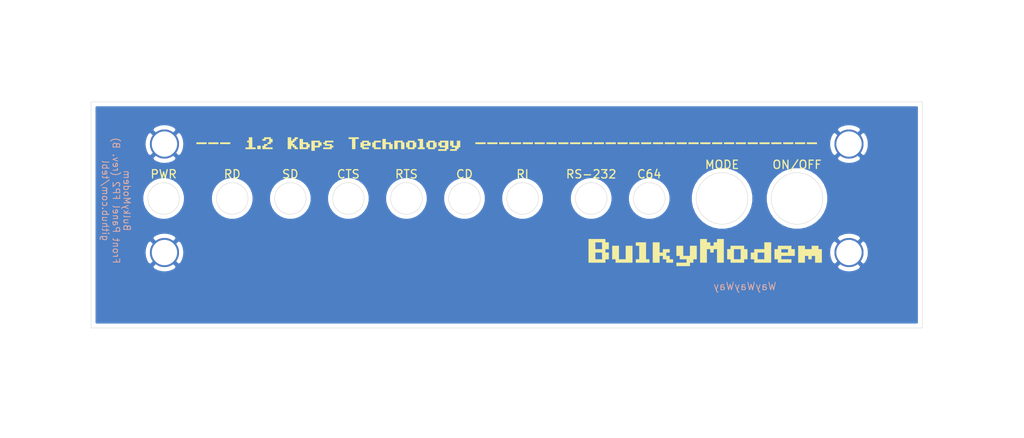
<source format=kicad_pcb>
(kicad_pcb (version 20171130) (host pcbnew "(5.1.8)-1")

  (general
    (thickness 1.6)
    (drawings 30)
    (tracks 0)
    (zones 0)
    (modules 6)
    (nets 2)
  )

  (page A4)
  (layers
    (0 F.Cu signal)
    (31 B.Cu signal)
    (32 B.Adhes user)
    (33 F.Adhes user)
    (34 B.Paste user)
    (35 F.Paste user)
    (36 B.SilkS user)
    (37 F.SilkS user)
    (38 B.Mask user)
    (39 F.Mask user)
    (40 Dwgs.User user)
    (41 Cmts.User user)
    (42 Eco1.User user)
    (43 Eco2.User user)
    (44 Edge.Cuts user)
    (45 Margin user)
    (46 B.CrtYd user)
    (47 F.CrtYd user)
    (48 B.Fab user hide)
    (49 F.Fab user)
  )

  (setup
    (last_trace_width 0.25)
    (trace_clearance 0.2)
    (zone_clearance 0.508)
    (zone_45_only no)
    (trace_min 0.2)
    (via_size 0.8)
    (via_drill 0.4)
    (via_min_size 0.4)
    (via_min_drill 0.3)
    (uvia_size 0.3)
    (uvia_drill 0.1)
    (uvias_allowed no)
    (uvia_min_size 0.2)
    (uvia_min_drill 0.1)
    (edge_width 0.05)
    (segment_width 0.2)
    (pcb_text_width 0.3)
    (pcb_text_size 1.5 1.5)
    (mod_edge_width 0.12)
    (mod_text_size 1 1)
    (mod_text_width 0.15)
    (pad_size 1.524 1.524)
    (pad_drill 0.762)
    (pad_to_mask_clearance 0)
    (aux_axis_origin 0 0)
    (grid_origin 141.09 121.579)
    (visible_elements 7FFFFFFF)
    (pcbplotparams
      (layerselection 0x011fc_ffffffff)
      (usegerberextensions true)
      (usegerberattributes false)
      (usegerberadvancedattributes false)
      (creategerberjobfile false)
      (excludeedgelayer true)
      (linewidth 0.100000)
      (plotframeref false)
      (viasonmask false)
      (mode 1)
      (useauxorigin false)
      (hpglpennumber 1)
      (hpglpenspeed 20)
      (hpglpendiameter 15.000000)
      (psnegative false)
      (psa4output false)
      (plotreference true)
      (plotvalue true)
      (plotinvisibletext false)
      (padsonsilk false)
      (subtractmaskfromsilk false)
      (outputformat 1)
      (mirror false)
      (drillshape 0)
      (scaleselection 1)
      (outputdirectory "export/"))
  )

  (net 0 "")
  (net 1 GND)

  (net_class Default "This is the default net class."
    (clearance 0.2)
    (trace_width 0.25)
    (via_dia 0.8)
    (via_drill 0.4)
    (uvia_dia 0.3)
    (uvia_drill 0.1)
  )

  (net_class PWR ""
    (clearance 0.2)
    (trace_width 0.381)
    (via_dia 0.8)
    (via_drill 0.4)
    (uvia_dia 0.3)
    (uvia_drill 0.1)
    (add_net GND)
  )

  (module artwork:BulkyModem_robotics locked (layer F.Cu) (tedit 0) (tstamp 6433731F)
    (at 141.09 116.049)
    (fp_text reference G*** (at 0 0) (layer F.SilkS) hide
      (effects (font (size 1.524 1.524) (thickness 0.3)))
    )
    (fp_text value LOGO (at 0.75 0) (layer F.SilkS) hide
      (effects (font (size 1.524 1.524) (thickness 0.3)))
    )
    (fp_poly (pts (xy -22.476076 -0.203403) (xy -22.272673 -0.203403) (xy -22.272673 0.203404) (xy -22.476076 0.203404)
      (xy -22.476076 0.406807) (xy -23.086286 0.406807) (xy -23.086286 0.813614) (xy -23.493093 0.813614)
      (xy -23.493093 -0.203403) (xy -23.086286 -0.203403) (xy -23.086286 0.203404) (xy -22.679479 0.203404)
      (xy -22.679479 -0.203403) (xy -23.086286 -0.203403) (xy -23.493093 -0.203403) (xy -23.493093 -0.406807)
      (xy -22.476076 -0.406807) (xy -22.476076 -0.203403)) (layer F.SilkS) (width 0.01))
    (fp_poly (pts (xy -7.017417 0.61021) (xy -7.220821 0.61021) (xy -7.220821 0.813614) (xy -8.237838 0.813614)
      (xy -8.237838 0.61021) (xy -7.424224 0.61021) (xy -7.424224 0.406807) (xy -8.034434 0.406807)
      (xy -8.034434 0.203404) (xy -8.237838 0.203404) (xy -8.237838 -0.203403) (xy -8.034434 -0.203403)
      (xy -7.831031 -0.203403) (xy -7.831031 0.203404) (xy -7.424224 0.203404) (xy -7.424224 -0.203403)
      (xy -7.831031 -0.203403) (xy -8.034434 -0.203403) (xy -8.034434 -0.406807) (xy -7.017417 -0.406807)
      (xy -7.017417 0.61021)) (layer F.SilkS) (width 0.01))
    (fp_poly (pts (xy -6.407207 0.203404) (xy -6.0004 0.203404) (xy -6.0004 -0.406807) (xy -5.593594 -0.406807)
      (xy -5.593594 0.406807) (xy -5.796997 0.406807) (xy -5.796997 0.61021) (xy -6.0004 0.61021)
      (xy -6.0004 0.813614) (xy -6.814014 0.813614) (xy -6.814014 0.61021) (xy -6.203804 0.61021)
      (xy -6.203804 0.406807) (xy -6.610611 0.406807) (xy -6.610611 0.203404) (xy -6.814014 0.203404)
      (xy -6.814014 -0.406807) (xy -6.407207 -0.406807) (xy -6.407207 0.203404)) (layer F.SilkS) (width 0.01))
    (fp_poly (pts (xy -30.612212 0.406807) (xy -30.205405 0.406807) (xy -30.205405 0.61021) (xy -31.425826 0.61021)
      (xy -31.425826 0.406807) (xy -31.019019 0.406807) (xy -31.019019 -0.203403) (xy -31.222422 -0.203403)
      (xy -31.222422 -0.406807) (xy -31.019019 -0.406807) (xy -31.019019 -0.813613) (xy -30.612212 -0.813613)
      (xy -30.612212 0.406807)) (layer F.SilkS) (width 0.01))
    (fp_poly (pts (xy -29.595195 0.61021) (xy -30.002002 0.61021) (xy -30.002002 0.203404) (xy -29.595195 0.203404)
      (xy -29.595195 0.61021)) (layer F.SilkS) (width 0.01))
    (fp_poly (pts (xy -28.781582 0.203404) (xy -28.984985 0.203404) (xy -28.984985 0.406807) (xy -28.171371 0.406807)
      (xy -28.171371 0.61021) (xy -29.391792 0.61021) (xy -29.391792 0.203404) (xy -29.188388 0.203404)
      (xy -29.188388 0) (xy -28.781582 0) (xy -28.781582 0.203404)) (layer F.SilkS) (width 0.01))
    (fp_poly (pts (xy -28.781582 -0.203403) (xy -28.578178 -0.203403) (xy -28.578178 -0.61021) (xy -28.984985 -0.61021)
      (xy -28.984985 -0.406807) (xy -29.391792 -0.406807) (xy -29.391792 -0.61021) (xy -29.188388 -0.61021)
      (xy -29.188388 -0.813613) (xy -28.374775 -0.813613) (xy -28.374775 -0.61021) (xy -28.171371 -0.61021)
      (xy -28.171371 -0.203403) (xy -28.374775 -0.203403) (xy -28.374775 0) (xy -28.781582 0)
      (xy -28.781582 -0.203403)) (layer F.SilkS) (width 0.01))
    (fp_poly (pts (xy -25.933934 -0.406807) (xy -25.730531 -0.406807) (xy -25.730531 -0.61021) (xy -25.527127 -0.61021)
      (xy -25.527127 -0.813613) (xy -25.12032 -0.813613) (xy -25.12032 -0.61021) (xy -25.323724 -0.61021)
      (xy -25.323724 -0.406807) (xy -25.527127 -0.406807) (xy -25.527127 -0.203403) (xy -25.730531 -0.203403)
      (xy -25.730531 0) (xy -25.527127 0) (xy -25.527127 0.203404) (xy -25.323724 0.203404)
      (xy -25.323724 0.406807) (xy -25.12032 0.406807) (xy -25.12032 0.61021) (xy -25.527127 0.61021)
      (xy -25.527127 0.406807) (xy -25.730531 0.406807) (xy -25.730531 0.203404) (xy -25.933934 0.203404)
      (xy -25.933934 0.61021) (xy -26.340741 0.61021) (xy -26.340741 -0.813613) (xy -25.933934 -0.813613)
      (xy -25.933934 -0.406807)) (layer F.SilkS) (width 0.01))
    (fp_poly (pts (xy -24.51011 -0.203403) (xy -23.8999 -0.203403) (xy -23.8999 0) (xy -23.696496 0)
      (xy -23.696496 0.406807) (xy -23.8999 0.406807) (xy -23.8999 0.61021) (xy -24.916917 0.61021)
      (xy -24.916917 0) (xy -24.51011 0) (xy -24.51011 0.406807) (xy -24.103303 0.406807)
      (xy -24.103303 0) (xy -24.51011 0) (xy -24.916917 0) (xy -24.916917 -0.61021)
      (xy -24.51011 -0.61021) (xy -24.51011 -0.203403)) (layer F.SilkS) (width 0.01))
    (fp_poly (pts (xy -20.848849 -0.203403) (xy -21.662462 -0.203403) (xy -21.662462 0) (xy -21.052252 0)
      (xy -21.052252 0.203404) (xy -20.848849 0.203404) (xy -20.848849 0.406807) (xy -21.052252 0.406807)
      (xy -21.052252 0.61021) (xy -22.069269 0.61021) (xy -22.069269 0.406807) (xy -21.255656 0.406807)
      (xy -21.255656 0.203404) (xy -21.865866 0.203404) (xy -21.865866 0) (xy -22.069269 0)
      (xy -22.069269 -0.203403) (xy -21.865866 -0.203403) (xy -21.865866 -0.406807) (xy -20.848849 -0.406807)
      (xy -20.848849 -0.203403)) (layer F.SilkS) (width 0.01))
    (fp_poly (pts (xy -17.797798 -0.61021) (xy -18.204605 -0.61021) (xy -18.204605 0.61021) (xy -18.611411 0.61021)
      (xy -18.611411 -0.61021) (xy -19.018218 -0.61021) (xy -19.018218 -0.813613) (xy -17.797798 -0.813613)
      (xy -17.797798 -0.61021)) (layer F.SilkS) (width 0.01))
    (fp_poly (pts (xy -16.577377 -0.203403) (xy -16.373974 -0.203403) (xy -16.373974 0.203404) (xy -17.187588 0.203404)
      (xy -17.187588 0.406807) (xy -16.577377 0.406807) (xy -16.577377 0.61021) (xy -17.390991 0.61021)
      (xy -17.390991 0.406807) (xy -17.594394 0.406807) (xy -17.594394 -0.203403) (xy -17.390991 -0.203403)
      (xy -17.187588 -0.203403) (xy -17.187588 0) (xy -16.780781 0) (xy -16.780781 -0.203403)
      (xy -17.187588 -0.203403) (xy -17.390991 -0.203403) (xy -17.390991 -0.406807) (xy -16.577377 -0.406807)
      (xy -16.577377 -0.203403)) (layer F.SilkS) (width 0.01))
    (fp_poly (pts (xy -15.153554 -0.203403) (xy -15.763764 -0.203403) (xy -15.763764 0.406807) (xy -15.153554 0.406807)
      (xy -15.153554 0.61021) (xy -15.967167 0.61021) (xy -15.967167 0.406807) (xy -16.170571 0.406807)
      (xy -16.170571 -0.203403) (xy -15.967167 -0.203403) (xy -15.967167 -0.406807) (xy -15.153554 -0.406807)
      (xy -15.153554 -0.203403)) (layer F.SilkS) (width 0.01))
    (fp_poly (pts (xy -14.543343 -0.203403) (xy -13.933133 -0.203403) (xy -13.933133 0) (xy -13.72973 0)
      (xy -13.72973 0.61021) (xy -14.136537 0.61021) (xy -14.136537 0) (xy -14.543343 0)
      (xy -14.543343 0.61021) (xy -14.95015 0.61021) (xy -14.95015 -0.61021) (xy -14.543343 -0.61021)
      (xy -14.543343 -0.203403)) (layer F.SilkS) (width 0.01))
    (fp_poly (pts (xy -12.509309 -0.203403) (xy -12.305906 -0.203403) (xy -12.305906 0.61021) (xy -12.712713 0.61021)
      (xy -12.712713 -0.203403) (xy -13.119519 -0.203403) (xy -13.119519 0.61021) (xy -13.526326 0.61021)
      (xy -13.526326 -0.406807) (xy -12.509309 -0.406807) (xy -12.509309 -0.203403)) (layer F.SilkS) (width 0.01))
    (fp_poly (pts (xy -11.085485 -0.203403) (xy -10.882082 -0.203403) (xy -10.882082 0.406807) (xy -11.085485 0.406807)
      (xy -11.085485 0.61021) (xy -11.899099 0.61021) (xy -11.899099 0.406807) (xy -12.102502 0.406807)
      (xy -12.102502 -0.203403) (xy -11.899099 -0.203403) (xy -11.695696 -0.203403) (xy -11.695696 0.406807)
      (xy -11.288889 0.406807) (xy -11.288889 -0.203403) (xy -11.695696 -0.203403) (xy -11.899099 -0.203403)
      (xy -11.899099 -0.406807) (xy -11.085485 -0.406807) (xy -11.085485 -0.203403)) (layer F.SilkS) (width 0.01))
    (fp_poly (pts (xy -10.068468 0.406807) (xy -9.865065 0.406807) (xy -9.865065 0.61021) (xy -10.678679 0.61021)
      (xy -10.678679 0.406807) (xy -10.475275 0.406807) (xy -10.475275 -0.406807) (xy -10.678679 -0.406807)
      (xy -10.678679 -0.61021) (xy -10.068468 -0.61021) (xy -10.068468 0.406807)) (layer F.SilkS) (width 0.01))
    (fp_poly (pts (xy -8.644645 -0.203403) (xy -8.441241 -0.203403) (xy -8.441241 0.406807) (xy -8.644645 0.406807)
      (xy -8.644645 0.61021) (xy -9.458258 0.61021) (xy -9.458258 0.406807) (xy -9.661662 0.406807)
      (xy -9.661662 -0.203403) (xy -9.458258 -0.203403) (xy -9.254855 -0.203403) (xy -9.254855 0.406807)
      (xy -8.848048 0.406807) (xy -8.848048 -0.203403) (xy -9.254855 -0.203403) (xy -9.458258 -0.203403)
      (xy -9.458258 -0.406807) (xy -8.644645 -0.406807) (xy -8.644645 -0.203403)) (layer F.SilkS) (width 0.01))
    (fp_poly (pts (xy -36.104104 0) (xy -37.324524 0) (xy -37.324524 -0.203403) (xy -36.104104 -0.203403)
      (xy -36.104104 0)) (layer F.SilkS) (width 0.01))
    (fp_poly (pts (xy -34.68028 0) (xy -35.900701 0) (xy -35.900701 -0.203403) (xy -34.68028 -0.203403)
      (xy -34.68028 0)) (layer F.SilkS) (width 0.01))
    (fp_poly (pts (xy -33.256456 0) (xy -34.476877 0) (xy -34.476877 -0.203403) (xy -33.256456 -0.203403)
      (xy -33.256456 0)) (layer F.SilkS) (width 0.01))
    (fp_poly (pts (xy -2.542543 0) (xy -3.762963 0) (xy -3.762963 -0.203403) (xy -2.542543 -0.203403)
      (xy -2.542543 0)) (layer F.SilkS) (width 0.01))
    (fp_poly (pts (xy -1.118719 0) (xy -2.339139 0) (xy -2.339139 -0.203403) (xy -1.118719 -0.203403)
      (xy -1.118719 0)) (layer F.SilkS) (width 0.01))
    (fp_poly (pts (xy 0.305105 0) (xy -0.915315 0) (xy -0.915315 -0.203403) (xy 0.305105 -0.203403)
      (xy 0.305105 0)) (layer F.SilkS) (width 0.01))
    (fp_poly (pts (xy 1.728929 0) (xy 0.508509 0) (xy 0.508509 -0.203403) (xy 1.728929 -0.203403)
      (xy 1.728929 0)) (layer F.SilkS) (width 0.01))
    (fp_poly (pts (xy 3.152753 0) (xy 1.932332 0) (xy 1.932332 -0.203403) (xy 3.152753 -0.203403)
      (xy 3.152753 0)) (layer F.SilkS) (width 0.01))
    (fp_poly (pts (xy 4.576577 0) (xy 3.356156 0) (xy 3.356156 -0.203403) (xy 4.576577 -0.203403)
      (xy 4.576577 0)) (layer F.SilkS) (width 0.01))
    (fp_poly (pts (xy 6.0004 0) (xy 4.77998 0) (xy 4.77998 -0.203403) (xy 6.0004 -0.203403)
      (xy 6.0004 0)) (layer F.SilkS) (width 0.01))
    (fp_poly (pts (xy 7.424224 0) (xy 6.203804 0) (xy 6.203804 -0.203403) (xy 7.424224 -0.203403)
      (xy 7.424224 0)) (layer F.SilkS) (width 0.01))
    (fp_poly (pts (xy 8.848048 0) (xy 7.627628 0) (xy 7.627628 -0.203403) (xy 8.848048 -0.203403)
      (xy 8.848048 0)) (layer F.SilkS) (width 0.01))
    (fp_poly (pts (xy 10.271872 0) (xy 9.051451 0) (xy 9.051451 -0.203403) (xy 10.271872 -0.203403)
      (xy 10.271872 0)) (layer F.SilkS) (width 0.01))
    (fp_poly (pts (xy 11.695696 0) (xy 10.475275 0) (xy 10.475275 -0.203403) (xy 11.695696 -0.203403)
      (xy 11.695696 0)) (layer F.SilkS) (width 0.01))
    (fp_poly (pts (xy 13.11952 0) (xy 11.899099 0) (xy 11.899099 -0.203403) (xy 13.11952 -0.203403)
      (xy 13.11952 0)) (layer F.SilkS) (width 0.01))
    (fp_poly (pts (xy 14.543343 0) (xy 13.322923 0) (xy 13.322923 -0.203403) (xy 14.543343 -0.203403)
      (xy 14.543343 0)) (layer F.SilkS) (width 0.01))
    (fp_poly (pts (xy 15.967167 0) (xy 14.746747 0) (xy 14.746747 -0.203403) (xy 15.967167 -0.203403)
      (xy 15.967167 0)) (layer F.SilkS) (width 0.01))
    (fp_poly (pts (xy 17.390991 0) (xy 16.170571 0) (xy 16.170571 -0.203403) (xy 17.390991 -0.203403)
      (xy 17.390991 0)) (layer F.SilkS) (width 0.01))
    (fp_poly (pts (xy 18.814815 0) (xy 17.594394 0) (xy 17.594394 -0.203403) (xy 18.814815 -0.203403)
      (xy 18.814815 0)) (layer F.SilkS) (width 0.01))
    (fp_poly (pts (xy 20.238639 0) (xy 19.018218 0) (xy 19.018218 -0.203403) (xy 20.238639 -0.203403)
      (xy 20.238639 0)) (layer F.SilkS) (width 0.01))
    (fp_poly (pts (xy 21.662462 0) (xy 20.442042 0) (xy 20.442042 -0.203403) (xy 21.662462 -0.203403)
      (xy 21.662462 0)) (layer F.SilkS) (width 0.01))
    (fp_poly (pts (xy 23.086286 0) (xy 21.865866 0) (xy 21.865866 -0.203403) (xy 23.086286 -0.203403)
      (xy 23.086286 0)) (layer F.SilkS) (width 0.01))
    (fp_poly (pts (xy 24.51011 0) (xy 23.28969 0) (xy 23.28969 -0.203403) (xy 24.51011 -0.203403)
      (xy 24.51011 0)) (layer F.SilkS) (width 0.01))
    (fp_poly (pts (xy 25.933934 0) (xy 24.713514 0) (xy 24.713514 -0.203403) (xy 25.933934 -0.203403)
      (xy 25.933934 0)) (layer F.SilkS) (width 0.01))
    (fp_poly (pts (xy 27.357758 0) (xy 26.137337 0) (xy 26.137337 -0.203403) (xy 27.357758 -0.203403)
      (xy 27.357758 0)) (layer F.SilkS) (width 0.01))
    (fp_poly (pts (xy 28.781582 0) (xy 27.561161 0) (xy 27.561161 -0.203403) (xy 28.781582 -0.203403)
      (xy 28.781582 0)) (layer F.SilkS) (width 0.01))
    (fp_poly (pts (xy 30.205405 0) (xy 28.984985 0) (xy 28.984985 -0.203403) (xy 30.205405 -0.203403)
      (xy 30.205405 0)) (layer F.SilkS) (width 0.01))
    (fp_poly (pts (xy 31.629229 0) (xy 30.408809 0) (xy 30.408809 -0.203403) (xy 31.629229 -0.203403)
      (xy 31.629229 0)) (layer F.SilkS) (width 0.01))
    (fp_poly (pts (xy 33.053053 0) (xy 31.832633 0) (xy 31.832633 -0.203403) (xy 33.053053 -0.203403)
      (xy 33.053053 0)) (layer F.SilkS) (width 0.01))
    (fp_poly (pts (xy 34.476877 0) (xy 33.256456 0) (xy 33.256456 -0.203403) (xy 34.476877 -0.203403)
      (xy 34.476877 0)) (layer F.SilkS) (width 0.01))
    (fp_poly (pts (xy 35.900701 0) (xy 34.68028 0) (xy 34.68028 -0.203403) (xy 35.900701 -0.203403)
      (xy 35.900701 0)) (layer F.SilkS) (width 0.01))
    (fp_poly (pts (xy 37.324525 0) (xy 36.104104 0) (xy 36.104104 -0.203403) (xy 37.324525 -0.203403)
      (xy 37.324525 0)) (layer F.SilkS) (width 0.01))
  )

  (module artwork:BulkyModem_small locked (layer F.Cu) (tedit 0) (tstamp 62DF8E18)
    (at 164.966 129.099)
    (fp_text reference G*** (at 0 0) (layer F.SilkS) hide
      (effects (font (size 1.524 1.524) (thickness 0.3)))
    )
    (fp_text value LOGO (at 0.75 0) (layer F.SilkS) hide
      (effects (font (size 1.524 1.524) (thickness 0.3)))
    )
    (fp_poly (pts (xy -2.644244 0.406807) (xy -1.83063 0.406807) (xy -1.83063 -0.813614) (xy -1.017017 -0.813614)
      (xy -1.017017 0.813613) (xy -1.423823 0.813613) (xy -1.423823 1.22042) (xy -1.83063 1.22042)
      (xy -1.83063 1.627227) (xy -3.457858 1.627227) (xy -3.457858 1.22042) (xy -2.237437 1.22042)
      (xy -2.237437 0.813613) (xy -3.051051 0.813613) (xy -3.051051 0.406807) (xy -3.457858 0.406807)
      (xy -3.457858 -0.813614) (xy -2.644244 -0.813614) (xy -2.644244 0.406807)) (layer F.SilkS) (width 0.01))
    (fp_poly (pts (xy -12.0008 -1.220421) (xy -11.593994 -1.220421) (xy -11.593994 -0.406807) (xy -12.0008 -0.406807)
      (xy -12.0008 0) (xy -11.593994 0) (xy -11.593994 0.813613) (xy -12.0008 0.813613)
      (xy -12.0008 1.22042) (xy -14.034834 1.22042) (xy -14.034834 0) (xy -13.221221 0)
      (xy -13.221221 0.813613) (xy -12.407607 0.813613) (xy -12.407607 0) (xy -13.221221 0)
      (xy -14.034834 0) (xy -14.034834 -1.220421) (xy -13.221221 -1.220421) (xy -13.221221 -0.406807)
      (xy -12.407607 -0.406807) (xy -12.407607 -1.220421) (xy -13.221221 -1.220421) (xy -14.034834 -1.220421)
      (xy -14.034834 -1.627227) (xy -12.0008 -1.627227) (xy -12.0008 -1.220421)) (layer F.SilkS) (width 0.01))
    (fp_poly (pts (xy -10.373573 0.813613) (xy -9.55996 0.813613) (xy -9.55996 -0.813614) (xy -8.746346 -0.813614)
      (xy -8.746346 1.22042) (xy -10.78038 1.22042) (xy -10.78038 0.813613) (xy -11.187187 0.813613)
      (xy -11.187187 -0.813614) (xy -10.373573 -0.813614) (xy -10.373573 0.813613)) (layer F.SilkS) (width 0.01))
    (fp_poly (pts (xy -7.119119 0.813613) (xy -6.712312 0.813613) (xy -6.712312 1.22042) (xy -8.339539 1.22042)
      (xy -8.339539 0.813613) (xy -7.932732 0.813613) (xy -7.932732 -0.813614) (xy -8.339539 -0.813614)
      (xy -8.339539 -1.220421) (xy -7.119119 -1.220421) (xy -7.119119 0.813613)) (layer F.SilkS) (width 0.01))
    (fp_poly (pts (xy -5.491892 0) (xy -5.085085 0) (xy -5.085085 -0.406807) (xy -4.271471 -0.406807)
      (xy -4.271471 0) (xy -4.678278 0) (xy -4.678278 0.406807) (xy -4.271471 0.406807)
      (xy -4.271471 0.813613) (xy -3.864664 0.813613) (xy -3.864664 1.22042) (xy -4.678278 1.22042)
      (xy -4.678278 0.813613) (xy -5.085085 0.813613) (xy -5.085085 0.406807) (xy -5.491892 0.406807)
      (xy -5.491892 1.22042) (xy -6.305505 1.22042) (xy -6.305505 -1.220421) (xy -5.491892 -1.220421)
      (xy -5.491892 0)) (layer F.SilkS) (width 0.01))
    (fp_poly (pts (xy 0.203404 -1.220421) (xy 0.610211 -1.220421) (xy 0.610211 -0.813614) (xy 1.017017 -0.813614)
      (xy 1.017017 -1.220421) (xy 1.423824 -1.220421) (xy 1.423824 -1.627227) (xy 2.237438 -1.627227)
      (xy 2.237438 1.22042) (xy 1.423824 1.22042) (xy 1.423824 -0.406807) (xy 1.017017 -0.406807)
      (xy 1.017017 0) (xy 0.610211 0) (xy 0.610211 -0.406807) (xy 0.203404 -0.406807)
      (xy 0.203404 1.22042) (xy -0.61021 1.22042) (xy -0.61021 -1.627227) (xy 0.203404 -1.627227)
      (xy 0.203404 -1.220421)) (layer F.SilkS) (width 0.01))
    (fp_poly (pts (xy 4.678279 -0.406807) (xy 5.085085 -0.406807) (xy 5.085085 0.813613) (xy 4.678279 0.813613)
      (xy 4.678279 1.22042) (xy 3.051051 1.22042) (xy 3.051051 0.813613) (xy 2.644245 0.813613)
      (xy 2.644245 -0.406807) (xy 3.051051 -0.406807) (xy 3.457858 -0.406807) (xy 3.457858 0.813613)
      (xy 4.271472 0.813613) (xy 4.271472 -0.406807) (xy 3.457858 -0.406807) (xy 3.051051 -0.406807)
      (xy 3.051051 -0.813614) (xy 4.678279 -0.813614) (xy 4.678279 -0.406807)) (layer F.SilkS) (width 0.01))
    (fp_poly (pts (xy 7.932733 1.22042) (xy 5.898699 1.22042) (xy 5.898699 0.813613) (xy 5.491892 0.813613)
      (xy 5.491892 0) (xy 5.898699 0) (xy 6.305506 0) (xy 6.305506 0.813613)
      (xy 7.119119 0.813613) (xy 7.119119 0) (xy 6.305506 0) (xy 5.898699 0)
      (xy 5.898699 -0.406807) (xy 7.119119 -0.406807) (xy 7.119119 -1.220421) (xy 7.932733 -1.220421)
      (xy 7.932733 1.22042)) (layer F.SilkS) (width 0.01))
    (fp_poly (pts (xy 10.373574 -0.406807) (xy 10.780381 -0.406807) (xy 10.780381 0.406807) (xy 9.153153 0.406807)
      (xy 9.153153 0.813613) (xy 10.373574 0.813613) (xy 10.373574 1.22042) (xy 8.746347 1.22042)
      (xy 8.746347 0.813613) (xy 8.33954 0.813613) (xy 8.33954 -0.406807) (xy 8.746347 -0.406807)
      (xy 9.153153 -0.406807) (xy 9.153153 0) (xy 9.966767 0) (xy 9.966767 -0.406807)
      (xy 9.153153 -0.406807) (xy 8.746347 -0.406807) (xy 8.746347 -0.813614) (xy 10.373574 -0.813614)
      (xy 10.373574 -0.406807)) (layer F.SilkS) (width 0.01))
    (fp_poly (pts (xy 12.000801 -0.406807) (xy 12.814415 -0.406807) (xy 12.814415 -0.813614) (xy 13.628028 -0.813614)
      (xy 13.628028 -0.406807) (xy 14.034835 -0.406807) (xy 14.034835 1.22042) (xy 13.221222 1.22042)
      (xy 13.221222 0.406807) (xy 12.814415 0.406807) (xy 12.814415 0.813613) (xy 12.407608 0.813613)
      (xy 12.407608 0.406807) (xy 12.000801 0.406807) (xy 12.000801 1.22042) (xy 11.187188 1.22042)
      (xy 11.187188 -0.813614) (xy 12.000801 -0.813614) (xy 12.000801 -0.406807)) (layer F.SilkS) (width 0.01))
  )

  (module mounting:M3_pin (layer F.Cu) (tedit 5F76331A) (tstamp 6282A424)
    (at 99.915 129.099)
    (descr "module 1 pin (ou trou mecanique de percage)")
    (tags DEV)
    (path /6282631C)
    (fp_text reference M1 (at 3.048 0) (layer F.Fab) hide
      (effects (font (size 1 1) (thickness 0.15)))
    )
    (fp_text value Mounting_Pin (at 0 3) (layer F.Fab) hide
      (effects (font (size 1 1) (thickness 0.15)))
    )
    (fp_circle (center 0 0) (end 2 0.8) (layer F.Fab) (width 0.1))
    (fp_circle (center 0 0) (end 2.6 0) (layer F.CrtYd) (width 0.05))
    (pad 1 thru_hole circle (at 0 0) (size 3.5 3.5) (drill 3.048) (layers *.Cu *.Mask)
      (net 1 GND) (solder_mask_margin 0.8))
  )

  (module mounting:M3_pin (layer F.Cu) (tedit 5F76331A) (tstamp 6282A42B)
    (at 182.265 129.099)
    (descr "module 1 pin (ou trou mecanique de percage)")
    (tags DEV)
    (path /62826824)
    (fp_text reference M2 (at 0 -3.048) (layer F.Fab) hide
      (effects (font (size 1 1) (thickness 0.15)))
    )
    (fp_text value Mounting_Pin (at 0 3) (layer F.Fab) hide
      (effects (font (size 1 1) (thickness 0.15)))
    )
    (fp_circle (center 0 0) (end 2.6 0) (layer F.CrtYd) (width 0.05))
    (fp_circle (center 0 0) (end 2 0.8) (layer F.Fab) (width 0.1))
    (pad 1 thru_hole circle (at 0 0) (size 3.5 3.5) (drill 3.048) (layers *.Cu *.Mask)
      (net 1 GND) (solder_mask_margin 0.8))
  )

  (module mounting:M3_pin (layer F.Cu) (tedit 5F76331A) (tstamp 6282A432)
    (at 182.265 116.049)
    (descr "module 1 pin (ou trou mecanique de percage)")
    (tags DEV)
    (path /62826D8F)
    (fp_text reference M3 (at 0 -3.048) (layer F.Fab) hide
      (effects (font (size 1 1) (thickness 0.15)))
    )
    (fp_text value Mounting_Pin (at 0 3) (layer F.Fab) hide
      (effects (font (size 1 1) (thickness 0.15)))
    )
    (fp_circle (center 0 0) (end 2.6 0) (layer F.CrtYd) (width 0.05))
    (fp_circle (center 0 0) (end 2 0.8) (layer F.Fab) (width 0.1))
    (pad 1 thru_hole circle (at 0 0) (size 3.5 3.5) (drill 3.048) (layers *.Cu *.Mask)
      (net 1 GND) (solder_mask_margin 0.8))
  )

  (module mounting:M3_pin (layer F.Cu) (tedit 5F76331A) (tstamp 6282A439)
    (at 99.915 116.049)
    (descr "module 1 pin (ou trou mecanique de percage)")
    (tags DEV)
    (path /62827110)
    (fp_text reference M4 (at 0 -3.048) (layer F.Fab) hide
      (effects (font (size 1 1) (thickness 0.15)))
    )
    (fp_text value Mounting_Pin (at 0 3) (layer F.Fab) hide
      (effects (font (size 1 1) (thickness 0.15)))
    )
    (fp_circle (center 0 0) (end 2.6 0) (layer F.CrtYd) (width 0.05))
    (fp_circle (center 0 0) (end 2 0.8) (layer F.Fab) (width 0.1))
    (pad 1 thru_hole circle (at 0 0) (size 3.5 3.5) (drill 3.048) (layers *.Cu *.Mask)
      (net 1 GND) (solder_mask_margin 0.8))
  )

  (gr_text WayWayWay (at 169.74 133.159) (layer B.SilkS) (tstamp 6614A7D0)
    (effects (font (size 0.9 0.9) (thickness 0.1)) (justify mirror))
  )
  (gr_text JLCJLCJLCJLC (at 112.59 133.159) (layer F.Fab) (tstamp 6614A7CF)
    (effects (font (size 0.9 0.9) (thickness 0.1)) (justify mirror))
  )
  (gr_line (start 91.09 138.174) (end 191.09 138.174) (layer Edge.Cuts) (width 0.05) (tstamp 6614F802))
  (gr_circle (center 166.998 122.595) (end 170.098 122.595) (layer Edge.Cuts) (width 0.05) (tstamp 62DF2951))
  (gr_text MODE (at 166.998 118.531) (layer F.SilkS) (tstamp 64337615)
    (effects (font (size 1 1) (thickness 0.15)))
  )
  (gr_circle (center 176.015 122.595) (end 179.115 122.595) (layer Edge.Cuts) (width 0.05) (tstamp 62DF2951))
  (gr_text ON/OFF (at 176.015 118.531) (layer F.SilkS) (tstamp 64337618)
    (effects (font (size 1 1) (thickness 0.15)))
  )
  (gr_circle (center 158.235 122.595) (end 160.135 122.595) (layer Edge.Cuts) (width 0.05) (tstamp 62DF2951))
  (gr_text C64 (at 158.235 119.674) (layer F.SilkS) (tstamp 62DF2950)
    (effects (font (size 1 1) (thickness 0.15)))
  )
  (gr_circle (center 151.25 122.595) (end 153.15 122.595) (layer Edge.Cuts) (width 0.05) (tstamp 62DF2951))
  (gr_text RS-232 (at 151.25 119.674) (layer F.SilkS) (tstamp 62DF2950)
    (effects (font (size 1 1) (thickness 0.15)))
  )
  (gr_circle (center 142.995 122.595) (end 144.895 122.595) (layer Edge.Cuts) (width 0.05) (tstamp 62DF2951))
  (gr_text RI (at 142.995 119.674) (layer F.SilkS) (tstamp 62DF2950)
    (effects (font (size 1 1) (thickness 0.15)))
  )
  (gr_circle (center 136.01 122.595) (end 137.91 122.595) (layer Edge.Cuts) (width 0.05) (tstamp 62DF2951))
  (gr_text CD (at 136.01 119.674) (layer F.SilkS) (tstamp 62DF2950)
    (effects (font (size 1 1) (thickness 0.15)))
  )
  (gr_circle (center 129.025 122.595) (end 130.925 122.595) (layer Edge.Cuts) (width 0.05) (tstamp 62DF2951))
  (gr_text RTS (at 129.025 119.674) (layer F.SilkS) (tstamp 62DF2950)
    (effects (font (size 1 1) (thickness 0.15)))
  )
  (gr_circle (center 122.04 122.595) (end 123.94 122.595) (layer Edge.Cuts) (width 0.05) (tstamp 62DF2951))
  (gr_text CTS (at 122.04 119.674) (layer F.SilkS) (tstamp 62DF2950)
    (effects (font (size 1 1) (thickness 0.15)))
  )
  (gr_circle (center 115.055 122.595) (end 116.955 122.595) (layer Edge.Cuts) (width 0.05) (tstamp 62DF2951))
  (gr_text SD (at 115.055 119.674) (layer F.SilkS) (tstamp 62DF2950)
    (effects (font (size 1 1) (thickness 0.15)))
  )
  (gr_circle (center 108.07 122.595) (end 109.97 122.595) (layer Edge.Cuts) (width 0.05) (tstamp 62DF2951))
  (gr_text RD (at 108.07 119.674) (layer F.SilkS) (tstamp 62DF2950)
    (effects (font (size 1 1) (thickness 0.15)))
  )
  (gr_circle (center 99.815 122.595) (end 101.715 122.595) (layer Edge.Cuts) (width 0.05) (tstamp 62DF2951))
  (gr_text PWR (at 99.815 119.674) (layer F.SilkS) (tstamp 62DF2950)
    (effects (font (size 1 1) (thickness 0.15)))
  )
  (gr_text "BulkyModem\nFront Panel FP2 (rev. B)\ngithub.com/tebl" (at 94.1 122.849 270) (layer B.SilkS) (tstamp 6286D3C9)
    (effects (font (size 0.8 0.8) (thickness 0.1)) (justify mirror))
  )
  (gr_line (start 91.09 110.974) (end 191.09 110.974) (layer Edge.Cuts) (width 0.05) (tstamp 6282E71D))
  (gr_line (start 91.09 134.174) (end 191.09 134.174) (layer Dwgs.User) (width 0.05) (tstamp 6282E1A2))
  (gr_line (start 91.09 110.974) (end 91.09 138.174) (layer Edge.Cuts) (width 0.05))
  (gr_line (start 191.09 138.174) (end 191.09 110.974) (layer Edge.Cuts) (width 0.05))

  (zone (net 1) (net_name GND) (layer B.Cu) (tstamp 0) (hatch edge 0.508)
    (connect_pads (clearance 0.508))
    (min_thickness 0.254)
    (fill yes (arc_segments 32) (thermal_gap 0.508) (thermal_bridge_width 0.508))
    (polygon
      (pts
        (xy 203.32 151.424) (xy 80.13 151.424) (xy 80.13 98.719) (xy 203.32 98.719)
      )
    )
    (filled_polygon
      (pts
        (xy 190.43 137.514) (xy 91.75 137.514) (xy 91.75 130.768609) (xy 98.424997 130.768609) (xy 98.611073 131.109766)
        (xy 99.028409 131.325513) (xy 99.479815 131.455696) (xy 99.947946 131.495313) (xy 100.414811 131.442842) (xy 100.862468 131.300297)
        (xy 101.218927 131.109766) (xy 101.405003 130.768609) (xy 180.774997 130.768609) (xy 180.961073 131.109766) (xy 181.378409 131.325513)
        (xy 181.829815 131.455696) (xy 182.297946 131.495313) (xy 182.764811 131.442842) (xy 183.212468 131.300297) (xy 183.568927 131.109766)
        (xy 183.755003 130.768609) (xy 182.265 129.278605) (xy 180.774997 130.768609) (xy 101.405003 130.768609) (xy 99.915 129.278605)
        (xy 98.424997 130.768609) (xy 91.75 130.768609) (xy 91.75 129.131946) (xy 97.518687 129.131946) (xy 97.571158 129.598811)
        (xy 97.713703 130.046468) (xy 97.904234 130.402927) (xy 98.245391 130.589003) (xy 99.735395 129.099) (xy 100.094605 129.099)
        (xy 101.584609 130.589003) (xy 101.925766 130.402927) (xy 102.141513 129.985591) (xy 102.271696 129.534185) (xy 102.305736 129.131946)
        (xy 179.868687 129.131946) (xy 179.921158 129.598811) (xy 180.063703 130.046468) (xy 180.254234 130.402927) (xy 180.595391 130.589003)
        (xy 182.085395 129.099) (xy 182.444605 129.099) (xy 183.934609 130.589003) (xy 184.275766 130.402927) (xy 184.491513 129.985591)
        (xy 184.621696 129.534185) (xy 184.661313 129.066054) (xy 184.608842 128.599189) (xy 184.466297 128.151532) (xy 184.275766 127.795073)
        (xy 183.934609 127.608997) (xy 182.444605 129.099) (xy 182.085395 129.099) (xy 180.595391 127.608997) (xy 180.254234 127.795073)
        (xy 180.038487 128.212409) (xy 179.908304 128.663815) (xy 179.868687 129.131946) (xy 102.305736 129.131946) (xy 102.311313 129.066054)
        (xy 102.258842 128.599189) (xy 102.116297 128.151532) (xy 101.925766 127.795073) (xy 101.584609 127.608997) (xy 100.094605 129.099)
        (xy 99.735395 129.099) (xy 98.245391 127.608997) (xy 97.904234 127.795073) (xy 97.688487 128.212409) (xy 97.558304 128.663815)
        (xy 97.518687 129.131946) (xy 91.75 129.131946) (xy 91.75 127.429391) (xy 98.424997 127.429391) (xy 99.915 128.919395)
        (xy 101.405003 127.429391) (xy 180.774997 127.429391) (xy 182.265 128.919395) (xy 183.755003 127.429391) (xy 183.568927 127.088234)
        (xy 183.151591 126.872487) (xy 182.700185 126.742304) (xy 182.232054 126.702687) (xy 181.765189 126.755158) (xy 181.317532 126.897703)
        (xy 180.961073 127.088234) (xy 180.774997 127.429391) (xy 101.405003 127.429391) (xy 101.218927 127.088234) (xy 100.801591 126.872487)
        (xy 100.350185 126.742304) (xy 99.882054 126.702687) (xy 99.415189 126.755158) (xy 98.967532 126.897703) (xy 98.611073 127.088234)
        (xy 98.424997 127.429391) (xy 91.75 127.429391) (xy 91.75 122.342116) (xy 97.247423 122.342116) (xy 97.247423 122.847884)
        (xy 97.346094 123.343934) (xy 97.539643 123.811204) (xy 97.820633 124.231735) (xy 98.178265 124.589367) (xy 98.598796 124.870357)
        (xy 99.066066 125.063906) (xy 99.562116 125.162577) (xy 100.067884 125.162577) (xy 100.563934 125.063906) (xy 101.031204 124.870357)
        (xy 101.451735 124.589367) (xy 101.809367 124.231735) (xy 102.090357 123.811204) (xy 102.283906 123.343934) (xy 102.382577 122.847884)
        (xy 102.382577 122.342116) (xy 105.502423 122.342116) (xy 105.502423 122.847884) (xy 105.601094 123.343934) (xy 105.794643 123.811204)
        (xy 106.075633 124.231735) (xy 106.433265 124.589367) (xy 106.853796 124.870357) (xy 107.321066 125.063906) (xy 107.817116 125.162577)
        (xy 108.322884 125.162577) (xy 108.818934 125.063906) (xy 109.286204 124.870357) (xy 109.706735 124.589367) (xy 110.064367 124.231735)
        (xy 110.345357 123.811204) (xy 110.538906 123.343934) (xy 110.637577 122.847884) (xy 110.637577 122.342116) (xy 112.487423 122.342116)
        (xy 112.487423 122.847884) (xy 112.586094 123.343934) (xy 112.779643 123.811204) (xy 113.060633 124.231735) (xy 113.418265 124.589367)
        (xy 113.838796 124.870357) (xy 114.306066 125.063906) (xy 114.802116 125.162577) (xy 115.307884 125.162577) (xy 115.803934 125.063906)
        (xy 116.271204 124.870357) (xy 116.691735 124.589367) (xy 117.049367 124.231735) (xy 117.330357 123.811204) (xy 117.523906 123.343934)
        (xy 117.622577 122.847884) (xy 117.622577 122.342116) (xy 119.472423 122.342116) (xy 119.472423 122.847884) (xy 119.571094 123.343934)
        (xy 119.764643 123.811204) (xy 120.045633 124.231735) (xy 120.403265 124.589367) (xy 120.823796 124.870357) (xy 121.291066 125.063906)
        (xy 121.787116 125.162577) (xy 122.292884 125.162577) (xy 122.788934 125.063906) (xy 123.256204 124.870357) (xy 123.676735 124.589367)
        (xy 124.034367 124.231735) (xy 124.315357 123.811204) (xy 124.508906 123.343934) (xy 124.607577 122.847884) (xy 124.607577 122.342116)
        (xy 126.457423 122.342116) (xy 126.457423 122.847884) (xy 126.556094 123.343934) (xy 126.749643 123.811204) (xy 127.030633 124.231735)
        (xy 127.388265 124.589367) (xy 127.808796 124.870357) (xy 128.276066 125.063906) (xy 128.772116 125.162577) (xy 129.277884 125.162577)
        (xy 129.773934 125.063906) (xy 130.241204 124.870357) (xy 130.661735 124.589367) (xy 131.019367 124.231735) (xy 131.300357 123.811204)
        (xy 131.493906 123.343934) (xy 131.592577 122.847884) (xy 131.592577 122.342116) (xy 133.442423 122.342116) (xy 133.442423 122.847884)
        (xy 133.541094 123.343934) (xy 133.734643 123.811204) (xy 134.015633 124.231735) (xy 134.373265 124.589367) (xy 134.793796 124.870357)
        (xy 135.261066 125.063906) (xy 135.757116 125.162577) (xy 136.262884 125.162577) (xy 136.758934 125.063906) (xy 137.226204 124.870357)
        (xy 137.646735 124.589367) (xy 138.004367 124.231735) (xy 138.285357 123.811204) (xy 138.478906 123.343934) (xy 138.577577 122.847884)
        (xy 138.577577 122.342116) (xy 140.427423 122.342116) (xy 140.427423 122.847884) (xy 140.526094 123.343934) (xy 140.719643 123.811204)
        (xy 141.000633 124.231735) (xy 141.358265 124.589367) (xy 141.778796 124.870357) (xy 142.246066 125.063906) (xy 142.742116 125.162577)
        (xy 143.247884 125.162577) (xy 143.743934 125.063906) (xy 144.211204 124.870357) (xy 144.631735 124.589367) (xy 144.989367 124.231735)
        (xy 145.270357 123.811204) (xy 145.463906 123.343934) (xy 145.562577 122.847884) (xy 145.562577 122.342116) (xy 148.682423 122.342116)
        (xy 148.682423 122.847884) (xy 148.781094 123.343934) (xy 148.974643 123.811204) (xy 149.255633 124.231735) (xy 149.613265 124.589367)
        (xy 150.033796 124.870357) (xy 150.501066 125.063906) (xy 150.997116 125.162577) (xy 151.502884 125.162577) (xy 151.998934 125.063906)
        (xy 152.466204 124.870357) (xy 152.886735 124.589367) (xy 153.244367 124.231735) (xy 153.525357 123.811204) (xy 153.718906 123.343934)
        (xy 153.817577 122.847884) (xy 153.817577 122.342116) (xy 155.667423 122.342116) (xy 155.667423 122.847884) (xy 155.766094 123.343934)
        (xy 155.959643 123.811204) (xy 156.240633 124.231735) (xy 156.598265 124.589367) (xy 157.018796 124.870357) (xy 157.486066 125.063906)
        (xy 157.982116 125.162577) (xy 158.487884 125.162577) (xy 158.983934 125.063906) (xy 159.451204 124.870357) (xy 159.871735 124.589367)
        (xy 160.229367 124.231735) (xy 160.510357 123.811204) (xy 160.703906 123.343934) (xy 160.802577 122.847884) (xy 160.802577 122.342116)
        (xy 160.779181 122.224495) (xy 163.236202 122.224495) (xy 163.236202 122.965505) (xy 163.380766 123.692276) (xy 163.664338 124.37688)
        (xy 164.07602 124.993007) (xy 164.599993 125.51698) (xy 165.21612 125.928662) (xy 165.900724 126.212234) (xy 166.627495 126.356798)
        (xy 167.368505 126.356798) (xy 168.095276 126.212234) (xy 168.77988 125.928662) (xy 169.396007 125.51698) (xy 169.91998 124.993007)
        (xy 170.331662 124.37688) (xy 170.615234 123.692276) (xy 170.759798 122.965505) (xy 170.759798 122.224495) (xy 172.253202 122.224495)
        (xy 172.253202 122.965505) (xy 172.397766 123.692276) (xy 172.681338 124.37688) (xy 173.09302 124.993007) (xy 173.616993 125.51698)
        (xy 174.23312 125.928662) (xy 174.917724 126.212234) (xy 175.644495 126.356798) (xy 176.385505 126.356798) (xy 177.112276 126.212234)
        (xy 177.79688 125.928662) (xy 178.413007 125.51698) (xy 178.93698 124.993007) (xy 179.348662 124.37688) (xy 179.632234 123.692276)
        (xy 179.776798 122.965505) (xy 179.776798 122.224495) (xy 179.632234 121.497724) (xy 179.348662 120.81312) (xy 178.93698 120.196993)
        (xy 178.413007 119.67302) (xy 177.79688 119.261338) (xy 177.112276 118.977766) (xy 176.385505 118.833202) (xy 175.644495 118.833202)
        (xy 174.917724 118.977766) (xy 174.23312 119.261338) (xy 173.616993 119.67302) (xy 173.09302 120.196993) (xy 172.681338 120.81312)
        (xy 172.397766 121.497724) (xy 172.253202 122.224495) (xy 170.759798 122.224495) (xy 170.615234 121.497724) (xy 170.331662 120.81312)
        (xy 169.91998 120.196993) (xy 169.396007 119.67302) (xy 168.77988 119.261338) (xy 168.095276 118.977766) (xy 167.368505 118.833202)
        (xy 166.627495 118.833202) (xy 165.900724 118.977766) (xy 165.21612 119.261338) (xy 164.599993 119.67302) (xy 164.07602 120.196993)
        (xy 163.664338 120.81312) (xy 163.380766 121.497724) (xy 163.236202 122.224495) (xy 160.779181 122.224495) (xy 160.703906 121.846066)
        (xy 160.510357 121.378796) (xy 160.229367 120.958265) (xy 159.871735 120.600633) (xy 159.451204 120.319643) (xy 158.983934 120.126094)
        (xy 158.487884 120.027423) (xy 157.982116 120.027423) (xy 157.486066 120.126094) (xy 157.018796 120.319643) (xy 156.598265 120.600633)
        (xy 156.240633 120.958265) (xy 155.959643 121.378796) (xy 155.766094 121.846066) (xy 155.667423 122.342116) (xy 153.817577 122.342116)
        (xy 153.718906 121.846066) (xy 153.525357 121.378796) (xy 153.244367 120.958265) (xy 152.886735 120.600633) (xy 152.466204 120.319643)
        (xy 151.998934 120.126094) (xy 151.502884 120.027423) (xy 150.997116 120.027423) (xy 150.501066 120.126094) (xy 150.033796 120.319643)
        (xy 149.613265 120.600633) (xy 149.255633 120.958265) (xy 148.974643 121.378796) (xy 148.781094 121.846066) (xy 148.682423 122.342116)
        (xy 145.562577 122.342116) (xy 145.463906 121.846066) (xy 145.270357 121.378796) (xy 144.989367 120.958265) (xy 144.631735 120.600633)
        (xy 144.211204 120.319643) (xy 143.743934 120.126094) (xy 143.247884 120.027423) (xy 142.742116 120.027423) (xy 142.246066 120.126094)
        (xy 141.778796 120.319643) (xy 141.358265 120.600633) (xy 141.000633 120.958265) (xy 140.719643 121.378796) (xy 140.526094 121.846066)
        (xy 140.427423 122.342116) (xy 138.577577 122.342116) (xy 138.478906 121.846066) (xy 138.285357 121.378796) (xy 138.004367 120.958265)
        (xy 137.646735 120.600633) (xy 137.226204 120.319643) (xy 136.758934 120.126094) (xy 136.262884 120.027423) (xy 135.757116 120.027423)
        (xy 135.261066 120.126094) (xy 134.793796 120.319643) (xy 134.373265 120.600633) (xy 134.015633 120.958265) (xy 133.734643 121.378796)
        (xy 133.541094 121.846066) (xy 133.442423 122.342116) (xy 131.592577 122.342116) (xy 131.493906 121.846066) (xy 131.300357 121.378796)
        (xy 131.019367 120.958265) (xy 130.661735 120.600633) (xy 130.241204 120.319643) (xy 129.773934 120.126094) (xy 129.277884 120.027423)
        (xy 128.772116 120.027423) (xy 128.276066 120.126094) (xy 127.808796 120.319643) (xy 127.388265 120.600633) (xy 127.030633 120.958265)
        (xy 126.749643 121.378796) (xy 126.556094 121.846066) (xy 126.457423 122.342116) (xy 124.607577 122.342116) (xy 124.508906 121.846066)
        (xy 124.315357 121.378796) (xy 124.034367 120.958265) (xy 123.676735 120.600633) (xy 123.256204 120.319643) (xy 122.788934 120.126094)
        (xy 122.292884 120.027423) (xy 121.787116 120.027423) (xy 121.291066 120.126094) (xy 120.823796 120.319643) (xy 120.403265 120.600633)
        (xy 120.045633 120.958265) (xy 119.764643 121.378796) (xy 119.571094 121.846066) (xy 119.472423 122.342116) (xy 117.622577 122.342116)
        (xy 117.523906 121.846066) (xy 117.330357 121.378796) (xy 117.049367 120.958265) (xy 116.691735 120.600633) (xy 116.271204 120.319643)
        (xy 115.803934 120.126094) (xy 115.307884 120.027423) (xy 114.802116 120.027423) (xy 114.306066 120.126094) (xy 113.838796 120.319643)
        (xy 113.418265 120.600633) (xy 113.060633 120.958265) (xy 112.779643 121.378796) (xy 112.586094 121.846066) (xy 112.487423 122.342116)
        (xy 110.637577 122.342116) (xy 110.538906 121.846066) (xy 110.345357 121.378796) (xy 110.064367 120.958265) (xy 109.706735 120.600633)
        (xy 109.286204 120.319643) (xy 108.818934 120.126094) (xy 108.322884 120.027423) (xy 107.817116 120.027423) (xy 107.321066 120.126094)
        (xy 106.853796 120.319643) (xy 106.433265 120.600633) (xy 106.075633 120.958265) (xy 105.794643 121.378796) (xy 105.601094 121.846066)
        (xy 105.502423 122.342116) (xy 102.382577 122.342116) (xy 102.283906 121.846066) (xy 102.090357 121.378796) (xy 101.809367 120.958265)
        (xy 101.451735 120.600633) (xy 101.031204 120.319643) (xy 100.563934 120.126094) (xy 100.067884 120.027423) (xy 99.562116 120.027423)
        (xy 99.066066 120.126094) (xy 98.598796 120.319643) (xy 98.178265 120.600633) (xy 97.820633 120.958265) (xy 97.539643 121.378796)
        (xy 97.346094 121.846066) (xy 97.247423 122.342116) (xy 91.75 122.342116) (xy 91.75 117.718609) (xy 98.424997 117.718609)
        (xy 98.611073 118.059766) (xy 99.028409 118.275513) (xy 99.479815 118.405696) (xy 99.947946 118.445313) (xy 100.414811 118.392842)
        (xy 100.862468 118.250297) (xy 101.218927 118.059766) (xy 101.405003 117.718609) (xy 180.774997 117.718609) (xy 180.961073 118.059766)
        (xy 181.378409 118.275513) (xy 181.829815 118.405696) (xy 182.297946 118.445313) (xy 182.764811 118.392842) (xy 183.212468 118.250297)
        (xy 183.568927 118.059766) (xy 183.755003 117.718609) (xy 182.265 116.228605) (xy 180.774997 117.718609) (xy 101.405003 117.718609)
        (xy 99.915 116.228605) (xy 98.424997 117.718609) (xy 91.75 117.718609) (xy 91.75 116.081946) (xy 97.518687 116.081946)
        (xy 97.571158 116.548811) (xy 97.713703 116.996468) (xy 97.904234 117.352927) (xy 98.245391 117.539003) (xy 99.735395 116.049)
        (xy 100.094605 116.049) (xy 101.584609 117.539003) (xy 101.925766 117.352927) (xy 102.141513 116.935591) (xy 102.271696 116.484185)
        (xy 102.305736 116.081946) (xy 179.868687 116.081946) (xy 179.921158 116.548811) (xy 180.063703 116.996468) (xy 180.254234 117.352927)
        (xy 180.595391 117.539003) (xy 182.085395 116.049) (xy 182.444605 116.049) (xy 183.934609 117.539003) (xy 184.275766 117.352927)
        (xy 184.491513 116.935591) (xy 184.621696 116.484185) (xy 184.661313 116.016054) (xy 184.608842 115.549189) (xy 184.466297 115.101532)
        (xy 184.275766 114.745073) (xy 183.934609 114.558997) (xy 182.444605 116.049) (xy 182.085395 116.049) (xy 180.595391 114.558997)
        (xy 180.254234 114.745073) (xy 180.038487 115.162409) (xy 179.908304 115.613815) (xy 179.868687 116.081946) (xy 102.305736 116.081946)
        (xy 102.311313 116.016054) (xy 102.258842 115.549189) (xy 102.116297 115.101532) (xy 101.925766 114.745073) (xy 101.584609 114.558997)
        (xy 100.094605 116.049) (xy 99.735395 116.049) (xy 98.245391 114.558997) (xy 97.904234 114.745073) (xy 97.688487 115.162409)
        (xy 97.558304 115.613815) (xy 97.518687 116.081946) (xy 91.75 116.081946) (xy 91.75 114.379391) (xy 98.424997 114.379391)
        (xy 99.915 115.869395) (xy 101.405003 114.379391) (xy 180.774997 114.379391) (xy 182.265 115.869395) (xy 183.755003 114.379391)
        (xy 183.568927 114.038234) (xy 183.151591 113.822487) (xy 182.700185 113.692304) (xy 182.232054 113.652687) (xy 181.765189 113.705158)
        (xy 181.317532 113.847703) (xy 180.961073 114.038234) (xy 180.774997 114.379391) (xy 101.405003 114.379391) (xy 101.218927 114.038234)
        (xy 100.801591 113.822487) (xy 100.350185 113.692304) (xy 99.882054 113.652687) (xy 99.415189 113.705158) (xy 98.967532 113.847703)
        (xy 98.611073 114.038234) (xy 98.424997 114.379391) (xy 91.75 114.379391) (xy 91.75 111.634) (xy 190.430001 111.634)
      )
    )
  )
)

</source>
